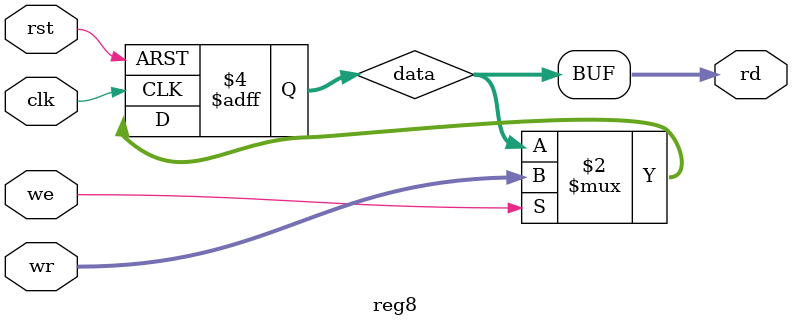
<source format=v>
`timescale 1ns / 1ps
`default_nettype wire

module reg8(
    input clk,
    input rst,
    input [7:0] wr,
    output [7:0] rd,
    input we
    );

    reg [7:0] data;

    assign rd = data;

    always @(posedge clk, posedge rst) begin
        if (rst)
            data <= 8'b0;
        else
            if (we)
                data <= wr;
    end

endmodule

</source>
